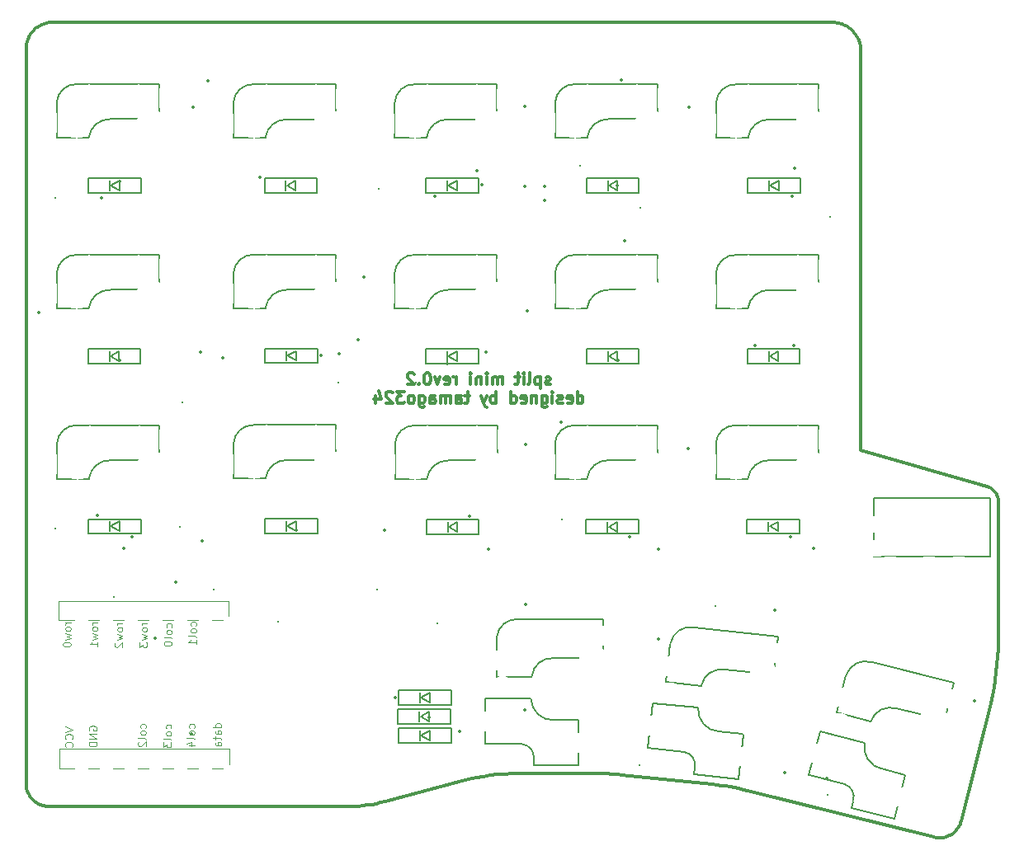
<source format=gbo>
%TF.GenerationSoftware,KiCad,Pcbnew,(6.0.6)*%
%TF.CreationDate,2022-09-17T23:41:45+09:00*%
%TF.ProjectId,split-mini,73706c69-742d-46d6-996e-692e6b696361,rev?*%
%TF.SameCoordinates,Original*%
%TF.FileFunction,Legend,Bot*%
%TF.FilePolarity,Positive*%
%FSLAX46Y46*%
G04 Gerber Fmt 4.6, Leading zero omitted, Abs format (unit mm)*
G04 Created by KiCad (PCBNEW (6.0.6)) date 2022-09-17 23:41:45*
%MOMM*%
%LPD*%
G01*
G04 APERTURE LIST*
G04 Aperture macros list*
%AMRotRect*
0 Rectangle, with rotation*
0 The origin of the aperture is its center*
0 $1 length*
0 $2 width*
0 $3 Rotation angle, in degrees counterclockwise*
0 Add horizontal line*
21,1,$1,$2,0,0,$3*%
G04 Aperture macros list end*
%TA.AperFunction,Profile*%
%ADD10C,0.349999*%
%TD*%
%ADD11C,0.300000*%
%ADD12C,0.100000*%
%ADD13C,0.150000*%
%ADD14C,0.500000*%
%ADD15C,0.120000*%
%ADD16C,1.600000*%
%ADD17C,0.350000*%
%ADD18C,0.300000*%
%ADD19O,1.500000X1.000000*%
%ADD20R,1.300000X0.950000*%
%ADD21C,1.900000*%
%ADD22C,3.000000*%
%ADD23C,4.100000*%
%ADD24R,2.300000X2.000000*%
%ADD25C,4.500000*%
%ADD26C,4.000000*%
%ADD27C,1.700000*%
%ADD28R,2.000000X2.000000*%
%ADD29R,1.900000X2.000000*%
%ADD30RotRect,2.000000X2.000000X166.000000*%
%ADD31RotRect,1.900000X2.000000X166.000000*%
%ADD32C,1.200000*%
%ADD33O,2.500000X1.700000*%
%ADD34RotRect,2.000000X2.000000X174.000000*%
%ADD35RotRect,1.900000X2.000000X174.000000*%
G04 APERTURE END LIST*
D10*
X120734058Y-85321050D02*
X120746346Y-84517181D01*
X94563467Y-99773630D02*
X95006416Y-99879974D01*
X21067121Y-99747413D02*
X21097288Y-99856121D01*
X95006416Y-99879974D02*
X95006416Y-99879974D01*
X106613959Y-23464589D02*
X106588365Y-23321274D01*
X21022792Y-99525582D02*
X21042263Y-99637170D01*
X21450528Y-100558221D02*
X21520346Y-100647842D01*
X23314208Y-21027240D02*
X23182826Y-21050152D01*
X120663178Y-69673555D02*
X120617953Y-69555976D01*
X120429619Y-69232038D02*
X120350533Y-69135311D01*
X116257734Y-104147387D02*
X116337281Y-104072331D01*
X65730083Y-98890289D02*
X65730083Y-98890289D01*
X104737877Y-21174101D02*
X104602654Y-21128344D01*
X120306060Y-89309528D02*
X120440307Y-88517806D01*
X106647491Y-64950611D02*
X106647491Y-23907794D01*
X114417834Y-104707695D02*
X114531519Y-104721167D01*
X22319756Y-101272024D02*
X22422725Y-101317646D01*
X21325017Y-100370023D02*
X21385392Y-100465551D01*
X116831755Y-103339065D02*
X116873233Y-103232363D01*
X114869318Y-104727193D02*
X114980256Y-104718084D01*
X116678483Y-103640152D02*
X116734207Y-103543064D01*
X21793434Y-21793513D02*
X21700478Y-21891184D01*
X106069327Y-22166530D02*
X105982931Y-22056589D01*
X105588428Y-21662081D02*
X105478488Y-21575683D01*
X104870037Y-21226211D02*
X104737877Y-21174101D01*
X79268402Y-98118347D02*
X79619825Y-98120645D01*
X119962618Y-68817891D02*
X119849615Y-68758387D01*
X120725055Y-69920137D02*
X120699003Y-69795107D01*
X21042263Y-99637170D02*
X21067121Y-99747413D01*
X120699003Y-69795107D02*
X120663178Y-69673555D01*
X81724553Y-98230937D02*
X82074291Y-98265381D01*
X119606995Y-68666672D02*
X106647491Y-64950611D01*
X21218860Y-100171147D02*
X21269480Y-100271825D01*
X21049932Y-23182830D02*
X21027007Y-23314210D01*
X23078052Y-101482078D02*
X23191759Y-101490535D01*
X20997490Y-99184639D02*
X21000327Y-99299127D01*
X115907617Y-104406218D02*
X115999590Y-104347927D01*
X105694026Y-21753553D02*
X105588428Y-21662081D01*
X105891460Y-21950990D02*
X105795097Y-21849917D01*
X23306244Y-101493370D02*
X54168747Y-101493347D01*
X23715622Y-20997488D02*
X23715622Y-20997488D01*
X21992830Y-21612950D02*
X21891115Y-21700567D01*
X57823814Y-101011581D02*
X57823814Y-101011581D01*
X120746346Y-84517181D02*
X120746346Y-70178646D01*
X120563702Y-69442866D02*
X120500800Y-69334721D01*
X120744992Y-70113118D02*
X120740961Y-70048149D01*
X21114721Y-22925043D02*
X21079201Y-23053033D01*
X21000556Y-23580829D02*
X20997215Y-23715622D01*
X93224898Y-99501293D02*
X93672605Y-99584271D01*
X115411094Y-104628832D02*
X115514710Y-104593834D01*
X116618357Y-103733828D02*
X116678483Y-103640152D01*
X55553294Y-101425245D02*
X56012088Y-101372398D01*
X21932681Y-101040365D02*
X22025351Y-101105499D01*
X79971141Y-98127542D02*
X80322305Y-98139037D01*
X94118828Y-99675056D02*
X94563467Y-99773630D01*
X119965073Y-90880112D02*
X120147626Y-90097149D01*
X21520346Y-100647842D02*
X21594767Y-100734227D01*
X21843058Y-100970549D02*
X21932681Y-101040365D01*
X116413290Y-103993343D02*
X116485588Y-103910527D01*
X114980256Y-104718084D02*
X115090076Y-104703590D01*
X92325451Y-99358830D02*
X92775813Y-99426140D01*
X119790967Y-68731954D02*
X119730949Y-68707815D01*
X22207471Y-21454070D02*
X22098356Y-21530754D01*
X103737228Y-20997492D02*
X23715622Y-20997488D01*
X116088715Y-104285289D02*
X116174821Y-104218407D01*
X105982931Y-22056589D02*
X105891460Y-21950990D01*
X104034787Y-21012522D02*
X103886991Y-21001281D01*
X116337281Y-104072331D02*
X116413290Y-103993343D01*
X22634779Y-101393589D02*
X22743485Y-101423753D01*
X23182826Y-21050152D02*
X23053027Y-21079407D01*
X21156400Y-22799082D02*
X21114721Y-22925043D01*
X21700478Y-21891184D02*
X21612850Y-21992890D01*
X105364387Y-21494542D02*
X105246308Y-21418842D01*
X22435573Y-21317612D02*
X22319950Y-21382992D01*
X69367896Y-98227495D02*
X70105548Y-98166918D01*
X22925033Y-21114915D02*
X22799069Y-21156581D01*
X103737228Y-20997492D02*
X103737228Y-20997492D01*
X115812969Y-104460058D02*
X115907617Y-104406218D01*
X54631255Y-101485768D02*
X55092893Y-101463051D01*
X82074291Y-98265381D02*
X91421310Y-99247810D01*
X104464550Y-21089126D02*
X104323750Y-21056627D01*
X21010518Y-23446950D02*
X21000556Y-23580829D01*
X104180434Y-21031031D02*
X104034787Y-21012522D01*
X119606995Y-68666672D02*
X119606995Y-68666672D01*
X22098356Y-21530754D02*
X21992830Y-21612950D01*
X115514710Y-104593834D02*
X115616343Y-104553970D01*
X21453948Y-22207514D02*
X21382859Y-22319987D01*
X106418789Y-22774986D02*
X106360509Y-22646071D01*
X106470898Y-22907146D02*
X106418789Y-22774986D01*
X80322305Y-98139037D02*
X80673272Y-98155126D01*
X21673714Y-100817184D02*
X21673714Y-100817184D01*
X106643705Y-23758032D02*
X106632466Y-23610236D01*
X55092893Y-101463051D02*
X55553294Y-101425245D01*
X80673272Y-98155126D02*
X81023999Y-98175807D01*
X105246308Y-21418842D02*
X105124435Y-21348765D01*
X106647491Y-64950611D02*
X106647491Y-64950611D01*
X57823814Y-101011581D02*
X65730083Y-98890289D01*
X56468906Y-101304560D02*
X56923379Y-101221779D01*
X79268402Y-98118347D02*
X79268402Y-98118347D01*
X106296240Y-22520586D02*
X106226164Y-22398712D01*
X70105548Y-98166918D02*
X70845185Y-98130517D01*
X116940735Y-103010071D02*
X116940735Y-103010071D01*
X54168747Y-101493347D02*
X54168747Y-101493347D01*
X119730949Y-68707815D02*
X119669610Y-68686034D01*
X106647491Y-23907794D02*
X106643705Y-23758032D01*
X21204145Y-22675373D02*
X21156400Y-22799082D01*
X116554001Y-103823988D02*
X116618357Y-103733828D01*
X56012088Y-101372398D02*
X56468906Y-101304560D01*
X57375138Y-101124103D02*
X57823814Y-101011581D01*
X120746346Y-70178646D02*
X120744992Y-70113118D01*
X67900910Y-98420864D02*
X68632820Y-98312169D01*
X21000327Y-99299127D02*
X21008788Y-99412838D01*
X23053027Y-21079407D02*
X22925033Y-21114915D01*
X91421310Y-99247810D02*
X91873916Y-99299381D01*
X71586216Y-98118370D02*
X71586216Y-98118370D01*
X21382859Y-22319987D02*
X21317467Y-22435603D01*
X20997490Y-99184639D02*
X20997490Y-99184639D01*
X21673714Y-100817184D02*
X21756673Y-100896129D01*
X114189873Y-104662933D02*
X114189873Y-104662933D01*
X21612850Y-21992890D02*
X21530643Y-22098408D01*
X23191759Y-101490535D02*
X23306244Y-101493370D01*
X82074291Y-98265381D02*
X82074291Y-98265381D01*
X115090076Y-104703590D02*
X115198604Y-104683814D01*
X21891115Y-21700567D02*
X21793434Y-21793513D01*
X106632466Y-23610236D02*
X106613959Y-23464589D01*
X92775813Y-99426140D02*
X93224898Y-99501293D01*
X120697243Y-86123603D02*
X120734058Y-85321050D01*
X22965311Y-101468076D02*
X23078052Y-101482078D01*
X114757434Y-104730812D02*
X114869318Y-104727193D01*
X21756673Y-100896129D02*
X21843058Y-100970549D01*
X116940735Y-103010071D02*
X119965073Y-90880112D01*
X120734300Y-69983801D02*
X120725055Y-69920137D01*
X119669610Y-68686034D02*
X119606995Y-68666672D01*
X23580829Y-21000816D02*
X23446950Y-21010763D01*
X115999590Y-104347927D02*
X116088715Y-104285289D01*
X106226164Y-22398712D02*
X106150466Y-22280632D01*
X81374440Y-98201078D02*
X81724553Y-98230937D01*
X104998950Y-21284494D02*
X104870037Y-21226211D01*
X22120879Y-101165872D02*
X22219077Y-101221407D01*
X116485588Y-103910527D02*
X116554001Y-103823988D01*
X21079201Y-23053033D02*
X21049932Y-23182830D01*
X23446950Y-21010763D02*
X23314208Y-21027240D01*
X116909617Y-103122663D02*
X116940735Y-103010071D01*
X22554116Y-21258022D02*
X22435573Y-21317612D01*
X120147626Y-90097149D02*
X120306060Y-89309528D01*
X21530643Y-22098408D02*
X21453948Y-22207514D01*
X106588365Y-23321274D02*
X106555869Y-23180473D01*
X120635967Y-86924286D02*
X120697243Y-86123603D01*
X116873233Y-103232363D02*
X116909617Y-103122663D01*
X68632820Y-98312169D02*
X69367896Y-98227495D01*
X22743485Y-101423753D02*
X22853726Y-101448609D01*
X120440307Y-88517806D02*
X120550299Y-87722539D01*
X22527796Y-101358194D02*
X22634779Y-101393589D01*
X21132686Y-99963106D02*
X21173236Y-100068177D01*
X22025351Y-101105499D02*
X22120879Y-101165872D01*
X95006416Y-99879974D02*
X114189873Y-104662933D01*
X21385392Y-100465551D02*
X21450528Y-100558221D01*
X21008788Y-99412838D02*
X21022792Y-99525582D01*
X115198604Y-104683814D02*
X115305668Y-104658860D01*
X67172756Y-98553501D02*
X67900910Y-98420864D01*
X106150466Y-22280632D02*
X106069327Y-22166530D01*
X21097288Y-99856121D02*
X21132686Y-99963106D01*
X120500800Y-69334721D02*
X120429619Y-69232038D01*
X21027007Y-23314210D02*
X21010518Y-23446950D01*
X116174821Y-104218407D02*
X116257734Y-104147387D01*
X120263917Y-69045037D02*
X120170143Y-68961712D01*
X70845185Y-98130517D02*
X71586216Y-98118370D01*
X91421310Y-99247810D02*
X91421310Y-99247810D01*
X22675355Y-21204314D02*
X22554116Y-21258022D01*
X21257865Y-22554139D02*
X21204145Y-22675373D01*
X22422725Y-101317646D02*
X22527796Y-101358194D01*
X114644776Y-104728838D02*
X114757434Y-104730812D01*
X116734207Y-103543064D02*
X116785355Y-103442667D01*
X120350533Y-69135311D02*
X120263917Y-69045037D01*
X120550299Y-87722539D02*
X120635967Y-86924286D01*
X21594767Y-100734227D02*
X21673714Y-100817184D01*
X106360509Y-22646071D02*
X106296240Y-22520586D01*
X79619825Y-98120645D02*
X79971141Y-98127542D01*
X115715821Y-104509343D02*
X115812969Y-104460058D01*
X120746346Y-70178646D02*
X120746346Y-70178646D01*
X20997215Y-23715622D02*
X20997215Y-23715622D01*
X104323750Y-21056627D02*
X104180434Y-21031031D01*
X71586216Y-98118370D02*
X79268402Y-98118347D01*
X105795097Y-21849917D02*
X105694026Y-21753553D01*
X119849615Y-68758387D02*
X119790967Y-68731954D01*
X54168747Y-101493347D02*
X54631255Y-101485768D01*
X116785355Y-103442667D02*
X116831755Y-103339065D01*
X120170143Y-68961712D02*
X120069586Y-68885831D01*
X66448951Y-98710002D02*
X67172756Y-98553501D01*
X104602654Y-21128344D02*
X104464550Y-21089126D01*
X114189873Y-104662933D02*
X114303894Y-104688319D01*
X22799069Y-21156581D02*
X22675355Y-21204314D01*
X120746346Y-84517181D02*
X120746346Y-84517181D01*
X120617953Y-69555976D02*
X120563702Y-69442866D01*
X114303894Y-104688319D02*
X114417834Y-104707695D01*
X106555869Y-23180473D02*
X106516652Y-23042369D01*
X65730083Y-98890289D02*
X66448951Y-98710002D01*
X81023999Y-98175807D02*
X81374440Y-98201078D01*
X21173236Y-100068177D02*
X21218860Y-100171147D01*
X115616343Y-104553970D02*
X115715821Y-104509343D01*
X106516652Y-23042369D02*
X106470898Y-22907146D01*
X23715622Y-20997488D02*
X23580829Y-21000816D01*
X120740961Y-70048149D02*
X120734300Y-69983801D01*
X22219077Y-101221407D02*
X22319756Y-101272024D01*
X56923379Y-101221779D02*
X57375138Y-101124103D01*
X103886991Y-21001281D02*
X103737228Y-20997492D01*
X22853726Y-101448609D02*
X22965311Y-101468076D01*
X105478488Y-21575683D02*
X105364387Y-21494542D01*
X119965073Y-90880112D02*
X119965073Y-90880112D01*
X105124435Y-21348765D02*
X104998950Y-21284494D01*
X21793434Y-21793513D02*
X21793434Y-21793513D01*
X93672605Y-99584271D02*
X94118828Y-99675056D01*
X21317467Y-22435603D02*
X21257865Y-22554139D01*
X20997215Y-23715622D02*
X20997490Y-99184639D01*
X23306244Y-101493370D02*
X23306244Y-101493370D01*
X22319950Y-21382992D02*
X22207471Y-21454070D01*
X91873916Y-99299381D02*
X92325451Y-99358830D01*
X120069586Y-68885831D02*
X119962618Y-68817891D01*
X21269480Y-100271825D02*
X21325017Y-100370023D01*
X115305668Y-104658860D02*
X115411094Y-104628832D01*
X114531519Y-104721167D02*
X114644776Y-104728838D01*
D11*
X74792857Y-58129714D02*
X74678571Y-58186857D01*
X74450000Y-58186857D01*
X74335714Y-58129714D01*
X74278571Y-58015428D01*
X74278571Y-57958285D01*
X74335714Y-57844000D01*
X74450000Y-57786857D01*
X74621428Y-57786857D01*
X74735714Y-57729714D01*
X74792857Y-57615428D01*
X74792857Y-57558285D01*
X74735714Y-57444000D01*
X74621428Y-57386857D01*
X74450000Y-57386857D01*
X74335714Y-57444000D01*
X73764285Y-57386857D02*
X73764285Y-58586857D01*
X73764285Y-57444000D02*
X73650000Y-57386857D01*
X73421428Y-57386857D01*
X73307142Y-57444000D01*
X73250000Y-57501142D01*
X73192857Y-57615428D01*
X73192857Y-57958285D01*
X73250000Y-58072571D01*
X73307142Y-58129714D01*
X73421428Y-58186857D01*
X73650000Y-58186857D01*
X73764285Y-58129714D01*
X72507142Y-58186857D02*
X72621428Y-58129714D01*
X72678571Y-58015428D01*
X72678571Y-56986857D01*
X72050000Y-58186857D02*
X72050000Y-57386857D01*
X72050000Y-56986857D02*
X72107142Y-57044000D01*
X72050000Y-57101142D01*
X71992857Y-57044000D01*
X72050000Y-56986857D01*
X72050000Y-57101142D01*
X71650000Y-57386857D02*
X71192857Y-57386857D01*
X71478571Y-56986857D02*
X71478571Y-58015428D01*
X71421428Y-58129714D01*
X71307142Y-58186857D01*
X71192857Y-58186857D01*
X69878571Y-58186857D02*
X69878571Y-57386857D01*
X69878571Y-57501142D02*
X69821428Y-57444000D01*
X69707142Y-57386857D01*
X69535714Y-57386857D01*
X69421428Y-57444000D01*
X69364285Y-57558285D01*
X69364285Y-58186857D01*
X69364285Y-57558285D02*
X69307142Y-57444000D01*
X69192857Y-57386857D01*
X69021428Y-57386857D01*
X68907142Y-57444000D01*
X68850000Y-57558285D01*
X68850000Y-58186857D01*
X68278571Y-58186857D02*
X68278571Y-57386857D01*
X68278571Y-56986857D02*
X68335714Y-57044000D01*
X68278571Y-57101142D01*
X68221428Y-57044000D01*
X68278571Y-56986857D01*
X68278571Y-57101142D01*
X67707142Y-57386857D02*
X67707142Y-58186857D01*
X67707142Y-57501142D02*
X67650000Y-57444000D01*
X67535714Y-57386857D01*
X67364285Y-57386857D01*
X67250000Y-57444000D01*
X67192857Y-57558285D01*
X67192857Y-58186857D01*
X66621428Y-58186857D02*
X66621428Y-57386857D01*
X66621428Y-56986857D02*
X66678571Y-57044000D01*
X66621428Y-57101142D01*
X66564285Y-57044000D01*
X66621428Y-56986857D01*
X66621428Y-57101142D01*
X65135714Y-58186857D02*
X65135714Y-57386857D01*
X65135714Y-57615428D02*
X65078571Y-57501142D01*
X65021428Y-57444000D01*
X64907142Y-57386857D01*
X64792857Y-57386857D01*
X63935714Y-58129714D02*
X64050000Y-58186857D01*
X64278571Y-58186857D01*
X64392857Y-58129714D01*
X64450000Y-58015428D01*
X64450000Y-57558285D01*
X64392857Y-57444000D01*
X64278571Y-57386857D01*
X64050000Y-57386857D01*
X63935714Y-57444000D01*
X63878571Y-57558285D01*
X63878571Y-57672571D01*
X64450000Y-57786857D01*
X63478571Y-57386857D02*
X63192857Y-58186857D01*
X62907142Y-57386857D01*
X62221428Y-56986857D02*
X62107142Y-56986857D01*
X61992857Y-57044000D01*
X61935714Y-57101142D01*
X61878571Y-57215428D01*
X61821428Y-57444000D01*
X61821428Y-57729714D01*
X61878571Y-57958285D01*
X61935714Y-58072571D01*
X61992857Y-58129714D01*
X62107142Y-58186857D01*
X62221428Y-58186857D01*
X62335714Y-58129714D01*
X62392857Y-58072571D01*
X62450000Y-57958285D01*
X62507142Y-57729714D01*
X62507142Y-57444000D01*
X62450000Y-57215428D01*
X62392857Y-57101142D01*
X62335714Y-57044000D01*
X62221428Y-56986857D01*
X61307142Y-58072571D02*
X61250000Y-58129714D01*
X61307142Y-58186857D01*
X61364285Y-58129714D01*
X61307142Y-58072571D01*
X61307142Y-58186857D01*
X60792857Y-57101142D02*
X60735714Y-57044000D01*
X60621428Y-56986857D01*
X60335714Y-56986857D01*
X60221428Y-57044000D01*
X60164285Y-57101142D01*
X60107142Y-57215428D01*
X60107142Y-57329714D01*
X60164285Y-57501142D01*
X60850000Y-58186857D01*
X60107142Y-58186857D01*
X77564285Y-60118857D02*
X77564285Y-58918857D01*
X77564285Y-60061714D02*
X77678571Y-60118857D01*
X77907142Y-60118857D01*
X78021428Y-60061714D01*
X78078571Y-60004571D01*
X78135714Y-59890285D01*
X78135714Y-59547428D01*
X78078571Y-59433142D01*
X78021428Y-59376000D01*
X77907142Y-59318857D01*
X77678571Y-59318857D01*
X77564285Y-59376000D01*
X76535714Y-60061714D02*
X76650000Y-60118857D01*
X76878571Y-60118857D01*
X76992857Y-60061714D01*
X77050000Y-59947428D01*
X77050000Y-59490285D01*
X76992857Y-59376000D01*
X76878571Y-59318857D01*
X76650000Y-59318857D01*
X76535714Y-59376000D01*
X76478571Y-59490285D01*
X76478571Y-59604571D01*
X77050000Y-59718857D01*
X76021428Y-60061714D02*
X75907142Y-60118857D01*
X75678571Y-60118857D01*
X75564285Y-60061714D01*
X75507142Y-59947428D01*
X75507142Y-59890285D01*
X75564285Y-59776000D01*
X75678571Y-59718857D01*
X75850000Y-59718857D01*
X75964285Y-59661714D01*
X76021428Y-59547428D01*
X76021428Y-59490285D01*
X75964285Y-59376000D01*
X75850000Y-59318857D01*
X75678571Y-59318857D01*
X75564285Y-59376000D01*
X74992857Y-60118857D02*
X74992857Y-59318857D01*
X74992857Y-58918857D02*
X75050000Y-58976000D01*
X74992857Y-59033142D01*
X74935714Y-58976000D01*
X74992857Y-58918857D01*
X74992857Y-59033142D01*
X73907142Y-59318857D02*
X73907142Y-60290285D01*
X73964285Y-60404571D01*
X74021428Y-60461714D01*
X74135714Y-60518857D01*
X74307142Y-60518857D01*
X74421428Y-60461714D01*
X73907142Y-60061714D02*
X74021428Y-60118857D01*
X74250000Y-60118857D01*
X74364285Y-60061714D01*
X74421428Y-60004571D01*
X74478571Y-59890285D01*
X74478571Y-59547428D01*
X74421428Y-59433142D01*
X74364285Y-59376000D01*
X74250000Y-59318857D01*
X74021428Y-59318857D01*
X73907142Y-59376000D01*
X73335714Y-59318857D02*
X73335714Y-60118857D01*
X73335714Y-59433142D02*
X73278571Y-59376000D01*
X73164285Y-59318857D01*
X72992857Y-59318857D01*
X72878571Y-59376000D01*
X72821428Y-59490285D01*
X72821428Y-60118857D01*
X71792857Y-60061714D02*
X71907142Y-60118857D01*
X72135714Y-60118857D01*
X72250000Y-60061714D01*
X72307142Y-59947428D01*
X72307142Y-59490285D01*
X72250000Y-59376000D01*
X72135714Y-59318857D01*
X71907142Y-59318857D01*
X71792857Y-59376000D01*
X71735714Y-59490285D01*
X71735714Y-59604571D01*
X72307142Y-59718857D01*
X70707142Y-60118857D02*
X70707142Y-58918857D01*
X70707142Y-60061714D02*
X70821428Y-60118857D01*
X71050000Y-60118857D01*
X71164285Y-60061714D01*
X71221428Y-60004571D01*
X71278571Y-59890285D01*
X71278571Y-59547428D01*
X71221428Y-59433142D01*
X71164285Y-59376000D01*
X71050000Y-59318857D01*
X70821428Y-59318857D01*
X70707142Y-59376000D01*
X69221428Y-60118857D02*
X69221428Y-58918857D01*
X69221428Y-59376000D02*
X69107142Y-59318857D01*
X68878571Y-59318857D01*
X68764285Y-59376000D01*
X68707142Y-59433142D01*
X68650000Y-59547428D01*
X68650000Y-59890285D01*
X68707142Y-60004571D01*
X68764285Y-60061714D01*
X68878571Y-60118857D01*
X69107142Y-60118857D01*
X69221428Y-60061714D01*
X68250000Y-59318857D02*
X67964285Y-60118857D01*
X67678571Y-59318857D02*
X67964285Y-60118857D01*
X68078571Y-60404571D01*
X68135714Y-60461714D01*
X68250000Y-60518857D01*
X66478571Y-59318857D02*
X66021428Y-59318857D01*
X66307142Y-58918857D02*
X66307142Y-59947428D01*
X66250000Y-60061714D01*
X66135714Y-60118857D01*
X66021428Y-60118857D01*
X65107142Y-60118857D02*
X65107142Y-59490285D01*
X65164285Y-59376000D01*
X65278571Y-59318857D01*
X65507142Y-59318857D01*
X65621428Y-59376000D01*
X65107142Y-60061714D02*
X65221428Y-60118857D01*
X65507142Y-60118857D01*
X65621428Y-60061714D01*
X65678571Y-59947428D01*
X65678571Y-59833142D01*
X65621428Y-59718857D01*
X65507142Y-59661714D01*
X65221428Y-59661714D01*
X65107142Y-59604571D01*
X64535714Y-60118857D02*
X64535714Y-59318857D01*
X64535714Y-59433142D02*
X64478571Y-59376000D01*
X64364285Y-59318857D01*
X64192857Y-59318857D01*
X64078571Y-59376000D01*
X64021428Y-59490285D01*
X64021428Y-60118857D01*
X64021428Y-59490285D02*
X63964285Y-59376000D01*
X63850000Y-59318857D01*
X63678571Y-59318857D01*
X63564285Y-59376000D01*
X63507142Y-59490285D01*
X63507142Y-60118857D01*
X62421428Y-60118857D02*
X62421428Y-59490285D01*
X62478571Y-59376000D01*
X62592857Y-59318857D01*
X62821428Y-59318857D01*
X62935714Y-59376000D01*
X62421428Y-60061714D02*
X62535714Y-60118857D01*
X62821428Y-60118857D01*
X62935714Y-60061714D01*
X62992857Y-59947428D01*
X62992857Y-59833142D01*
X62935714Y-59718857D01*
X62821428Y-59661714D01*
X62535714Y-59661714D01*
X62421428Y-59604571D01*
X61335714Y-59318857D02*
X61335714Y-60290285D01*
X61392857Y-60404571D01*
X61450000Y-60461714D01*
X61564285Y-60518857D01*
X61735714Y-60518857D01*
X61850000Y-60461714D01*
X61335714Y-60061714D02*
X61450000Y-60118857D01*
X61678571Y-60118857D01*
X61792857Y-60061714D01*
X61850000Y-60004571D01*
X61907142Y-59890285D01*
X61907142Y-59547428D01*
X61850000Y-59433142D01*
X61792857Y-59376000D01*
X61678571Y-59318857D01*
X61450000Y-59318857D01*
X61335714Y-59376000D01*
X60592857Y-60118857D02*
X60707142Y-60061714D01*
X60764285Y-60004571D01*
X60821428Y-59890285D01*
X60821428Y-59547428D01*
X60764285Y-59433142D01*
X60707142Y-59376000D01*
X60592857Y-59318857D01*
X60421428Y-59318857D01*
X60307142Y-59376000D01*
X60250000Y-59433142D01*
X60192857Y-59547428D01*
X60192857Y-59890285D01*
X60250000Y-60004571D01*
X60307142Y-60061714D01*
X60421428Y-60118857D01*
X60592857Y-60118857D01*
X59792857Y-58918857D02*
X59050000Y-58918857D01*
X59450000Y-59376000D01*
X59278571Y-59376000D01*
X59164285Y-59433142D01*
X59107142Y-59490285D01*
X59050000Y-59604571D01*
X59050000Y-59890285D01*
X59107142Y-60004571D01*
X59164285Y-60061714D01*
X59278571Y-60118857D01*
X59621428Y-60118857D01*
X59735714Y-60061714D01*
X59792857Y-60004571D01*
X58592857Y-59033142D02*
X58535714Y-58976000D01*
X58421428Y-58918857D01*
X58135714Y-58918857D01*
X58021428Y-58976000D01*
X57964285Y-59033142D01*
X57907142Y-59147428D01*
X57907142Y-59261714D01*
X57964285Y-59433142D01*
X58650000Y-60118857D01*
X57907142Y-60118857D01*
X56878571Y-59318857D02*
X56878571Y-60118857D01*
X57164285Y-58861714D02*
X57450000Y-59718857D01*
X56707142Y-59718857D01*
D12*
%TO.C,U1*%
X28309404Y-82614652D02*
X27776071Y-82614652D01*
X27928452Y-82614652D02*
X27852261Y-82652747D01*
X27814166Y-82690842D01*
X27776071Y-82767033D01*
X27776071Y-82843223D01*
X28309404Y-83224176D02*
X28271309Y-83147985D01*
X28233214Y-83109890D01*
X28157023Y-83071795D01*
X27928452Y-83071795D01*
X27852261Y-83109890D01*
X27814166Y-83147985D01*
X27776071Y-83224176D01*
X27776071Y-83338461D01*
X27814166Y-83414652D01*
X27852261Y-83452747D01*
X27928452Y-83490842D01*
X28157023Y-83490842D01*
X28233214Y-83452747D01*
X28271309Y-83414652D01*
X28309404Y-83338461D01*
X28309404Y-83224176D01*
X27776071Y-83757509D02*
X28309404Y-83909890D01*
X27928452Y-84062271D01*
X28309404Y-84214652D01*
X27776071Y-84367033D01*
X28309404Y-85090842D02*
X28309404Y-84633700D01*
X28309404Y-84862271D02*
X27509404Y-84862271D01*
X27623690Y-84786080D01*
X27699880Y-84709890D01*
X27737976Y-84633700D01*
X35841309Y-93501795D02*
X35879404Y-93425604D01*
X35879404Y-93273223D01*
X35841309Y-93197033D01*
X35803214Y-93158938D01*
X35727023Y-93120842D01*
X35498452Y-93120842D01*
X35422261Y-93158938D01*
X35384166Y-93197033D01*
X35346071Y-93273223D01*
X35346071Y-93425604D01*
X35384166Y-93501795D01*
X35879404Y-93958938D02*
X35841309Y-93882747D01*
X35803214Y-93844652D01*
X35727023Y-93806557D01*
X35498452Y-93806557D01*
X35422261Y-93844652D01*
X35384166Y-93882747D01*
X35346071Y-93958938D01*
X35346071Y-94073223D01*
X35384166Y-94149414D01*
X35422261Y-94187509D01*
X35498452Y-94225604D01*
X35727023Y-94225604D01*
X35803214Y-94187509D01*
X35841309Y-94149414D01*
X35879404Y-94073223D01*
X35879404Y-93958938D01*
X35879404Y-94682747D02*
X35841309Y-94606557D01*
X35765119Y-94568461D01*
X35079404Y-94568461D01*
X35079404Y-94911319D02*
X35079404Y-95406557D01*
X35384166Y-95139890D01*
X35384166Y-95254176D01*
X35422261Y-95330366D01*
X35460357Y-95368461D01*
X35536547Y-95406557D01*
X35727023Y-95406557D01*
X35803214Y-95368461D01*
X35841309Y-95330366D01*
X35879404Y-95254176D01*
X35879404Y-95025604D01*
X35841309Y-94949414D01*
X35803214Y-94911319D01*
X38221309Y-93421795D02*
X38259404Y-93345604D01*
X38259404Y-93193223D01*
X38221309Y-93117033D01*
X38183214Y-93078938D01*
X38107023Y-93040842D01*
X37878452Y-93040842D01*
X37802261Y-93078938D01*
X37764166Y-93117033D01*
X37726071Y-93193223D01*
X37726071Y-93345604D01*
X37764166Y-93421795D01*
X38259404Y-93878938D02*
X38221309Y-93802747D01*
X38183214Y-93764652D01*
X38107023Y-93726557D01*
X37878452Y-93726557D01*
X37802261Y-93764652D01*
X37764166Y-93802747D01*
X37726071Y-93878938D01*
X37726071Y-93993223D01*
X37764166Y-94069414D01*
X37802261Y-94107509D01*
X37878452Y-94145604D01*
X38107023Y-94145604D01*
X38183214Y-94107509D01*
X38221309Y-94069414D01*
X38259404Y-93993223D01*
X38259404Y-93878938D01*
X38259404Y-94602747D02*
X38221309Y-94526557D01*
X38145119Y-94488461D01*
X37459404Y-94488461D01*
X37726071Y-95250366D02*
X38259404Y-95250366D01*
X37421309Y-95059890D02*
X37992738Y-94869414D01*
X37992738Y-95364652D01*
X25579404Y-82614652D02*
X25046071Y-82614652D01*
X25198452Y-82614652D02*
X25122261Y-82652747D01*
X25084166Y-82690842D01*
X25046071Y-82767033D01*
X25046071Y-82843223D01*
X25579404Y-83224176D02*
X25541309Y-83147985D01*
X25503214Y-83109890D01*
X25427023Y-83071795D01*
X25198452Y-83071795D01*
X25122261Y-83109890D01*
X25084166Y-83147985D01*
X25046071Y-83224176D01*
X25046071Y-83338461D01*
X25084166Y-83414652D01*
X25122261Y-83452747D01*
X25198452Y-83490842D01*
X25427023Y-83490842D01*
X25503214Y-83452747D01*
X25541309Y-83414652D01*
X25579404Y-83338461D01*
X25579404Y-83224176D01*
X25046071Y-83757509D02*
X25579404Y-83909890D01*
X25198452Y-84062271D01*
X25579404Y-84214652D01*
X25046071Y-84367033D01*
X24779404Y-84824176D02*
X24779404Y-84900366D01*
X24817500Y-84976557D01*
X24855595Y-85014652D01*
X24931785Y-85052747D01*
X25084166Y-85090842D01*
X25274642Y-85090842D01*
X25427023Y-85052747D01*
X25503214Y-85014652D01*
X25541309Y-84976557D01*
X25579404Y-84900366D01*
X25579404Y-84824176D01*
X25541309Y-84747985D01*
X25503214Y-84709890D01*
X25427023Y-84671795D01*
X25274642Y-84633700D01*
X25084166Y-84633700D01*
X24931785Y-84671795D01*
X24855595Y-84709890D01*
X24817500Y-84747985D01*
X24779404Y-84824176D01*
X33231309Y-93431795D02*
X33269404Y-93355604D01*
X33269404Y-93203223D01*
X33231309Y-93127033D01*
X33193214Y-93088938D01*
X33117023Y-93050842D01*
X32888452Y-93050842D01*
X32812261Y-93088938D01*
X32774166Y-93127033D01*
X32736071Y-93203223D01*
X32736071Y-93355604D01*
X32774166Y-93431795D01*
X33269404Y-93888938D02*
X33231309Y-93812747D01*
X33193214Y-93774652D01*
X33117023Y-93736557D01*
X32888452Y-93736557D01*
X32812261Y-93774652D01*
X32774166Y-93812747D01*
X32736071Y-93888938D01*
X32736071Y-94003223D01*
X32774166Y-94079414D01*
X32812261Y-94117509D01*
X32888452Y-94155604D01*
X33117023Y-94155604D01*
X33193214Y-94117509D01*
X33231309Y-94079414D01*
X33269404Y-94003223D01*
X33269404Y-93888938D01*
X33269404Y-94612747D02*
X33231309Y-94536557D01*
X33155119Y-94498461D01*
X32469404Y-94498461D01*
X32545595Y-94879414D02*
X32507500Y-94917509D01*
X32469404Y-94993700D01*
X32469404Y-95184176D01*
X32507500Y-95260366D01*
X32545595Y-95298461D01*
X32621785Y-95336557D01*
X32697976Y-95336557D01*
X32812261Y-95298461D01*
X33269404Y-94841319D01*
X33269404Y-95336557D01*
X27477500Y-93684176D02*
X27439404Y-93607985D01*
X27439404Y-93493700D01*
X27477500Y-93379414D01*
X27553690Y-93303223D01*
X27629880Y-93265128D01*
X27782261Y-93227033D01*
X27896547Y-93227033D01*
X28048928Y-93265128D01*
X28125119Y-93303223D01*
X28201309Y-93379414D01*
X28239404Y-93493700D01*
X28239404Y-93569890D01*
X28201309Y-93684176D01*
X28163214Y-93722271D01*
X27896547Y-93722271D01*
X27896547Y-93569890D01*
X28239404Y-94065128D02*
X27439404Y-94065128D01*
X28239404Y-94522271D01*
X27439404Y-94522271D01*
X28239404Y-94903223D02*
X27439404Y-94903223D01*
X27439404Y-95093700D01*
X27477500Y-95207985D01*
X27553690Y-95284176D01*
X27629880Y-95322271D01*
X27782261Y-95360366D01*
X27896547Y-95360366D01*
X28048928Y-95322271D01*
X28125119Y-95284176D01*
X28201309Y-95207985D01*
X28239404Y-95093700D01*
X28239404Y-94903223D01*
X30889404Y-82674652D02*
X30356071Y-82674652D01*
X30508452Y-82674652D02*
X30432261Y-82712747D01*
X30394166Y-82750842D01*
X30356071Y-82827033D01*
X30356071Y-82903223D01*
X30889404Y-83284176D02*
X30851309Y-83207985D01*
X30813214Y-83169890D01*
X30737023Y-83131795D01*
X30508452Y-83131795D01*
X30432261Y-83169890D01*
X30394166Y-83207985D01*
X30356071Y-83284176D01*
X30356071Y-83398461D01*
X30394166Y-83474652D01*
X30432261Y-83512747D01*
X30508452Y-83550842D01*
X30737023Y-83550842D01*
X30813214Y-83512747D01*
X30851309Y-83474652D01*
X30889404Y-83398461D01*
X30889404Y-83284176D01*
X30356071Y-83817509D02*
X30889404Y-83969890D01*
X30508452Y-84122271D01*
X30889404Y-84274652D01*
X30356071Y-84427033D01*
X30165595Y-84693700D02*
X30127500Y-84731795D01*
X30089404Y-84807985D01*
X30089404Y-84998461D01*
X30127500Y-85074652D01*
X30165595Y-85112747D01*
X30241785Y-85150842D01*
X30317976Y-85150842D01*
X30432261Y-85112747D01*
X30889404Y-84655604D01*
X30889404Y-85150842D01*
X38411309Y-82951795D02*
X38449404Y-82875604D01*
X38449404Y-82723223D01*
X38411309Y-82647033D01*
X38373214Y-82608938D01*
X38297023Y-82570842D01*
X38068452Y-82570842D01*
X37992261Y-82608938D01*
X37954166Y-82647033D01*
X37916071Y-82723223D01*
X37916071Y-82875604D01*
X37954166Y-82951795D01*
X38449404Y-83408938D02*
X38411309Y-83332747D01*
X38373214Y-83294652D01*
X38297023Y-83256557D01*
X38068452Y-83256557D01*
X37992261Y-83294652D01*
X37954166Y-83332747D01*
X37916071Y-83408938D01*
X37916071Y-83523223D01*
X37954166Y-83599414D01*
X37992261Y-83637509D01*
X38068452Y-83675604D01*
X38297023Y-83675604D01*
X38373214Y-83637509D01*
X38411309Y-83599414D01*
X38449404Y-83523223D01*
X38449404Y-83408938D01*
X38449404Y-84132747D02*
X38411309Y-84056557D01*
X38335119Y-84018461D01*
X37649404Y-84018461D01*
X38449404Y-84856557D02*
X38449404Y-84399414D01*
X38449404Y-84627985D02*
X37649404Y-84627985D01*
X37763690Y-84551795D01*
X37839880Y-84475604D01*
X37877976Y-84399414D01*
X33419404Y-82674652D02*
X32886071Y-82674652D01*
X33038452Y-82674652D02*
X32962261Y-82712747D01*
X32924166Y-82750842D01*
X32886071Y-82827033D01*
X32886071Y-82903223D01*
X33419404Y-83284176D02*
X33381309Y-83207985D01*
X33343214Y-83169890D01*
X33267023Y-83131795D01*
X33038452Y-83131795D01*
X32962261Y-83169890D01*
X32924166Y-83207985D01*
X32886071Y-83284176D01*
X32886071Y-83398461D01*
X32924166Y-83474652D01*
X32962261Y-83512747D01*
X33038452Y-83550842D01*
X33267023Y-83550842D01*
X33343214Y-83512747D01*
X33381309Y-83474652D01*
X33419404Y-83398461D01*
X33419404Y-83284176D01*
X32886071Y-83817509D02*
X33419404Y-83969890D01*
X33038452Y-84122271D01*
X33419404Y-84274652D01*
X32886071Y-84427033D01*
X32619404Y-84655604D02*
X32619404Y-85150842D01*
X32924166Y-84884176D01*
X32924166Y-84998461D01*
X32962261Y-85074652D01*
X33000357Y-85112747D01*
X33076547Y-85150842D01*
X33267023Y-85150842D01*
X33343214Y-85112747D01*
X33381309Y-85074652D01*
X33419404Y-84998461D01*
X33419404Y-84769890D01*
X33381309Y-84693700D01*
X33343214Y-84655604D01*
X35891309Y-83091795D02*
X35929404Y-83015604D01*
X35929404Y-82863223D01*
X35891309Y-82787033D01*
X35853214Y-82748938D01*
X35777023Y-82710842D01*
X35548452Y-82710842D01*
X35472261Y-82748938D01*
X35434166Y-82787033D01*
X35396071Y-82863223D01*
X35396071Y-83015604D01*
X35434166Y-83091795D01*
X35929404Y-83548938D02*
X35891309Y-83472747D01*
X35853214Y-83434652D01*
X35777023Y-83396557D01*
X35548452Y-83396557D01*
X35472261Y-83434652D01*
X35434166Y-83472747D01*
X35396071Y-83548938D01*
X35396071Y-83663223D01*
X35434166Y-83739414D01*
X35472261Y-83777509D01*
X35548452Y-83815604D01*
X35777023Y-83815604D01*
X35853214Y-83777509D01*
X35891309Y-83739414D01*
X35929404Y-83663223D01*
X35929404Y-83548938D01*
X35929404Y-84272747D02*
X35891309Y-84196557D01*
X35815119Y-84158461D01*
X35129404Y-84158461D01*
X35129404Y-84729890D02*
X35129404Y-84806080D01*
X35167500Y-84882271D01*
X35205595Y-84920366D01*
X35281785Y-84958461D01*
X35434166Y-84996557D01*
X35624642Y-84996557D01*
X35777023Y-84958461D01*
X35853214Y-84920366D01*
X35891309Y-84882271D01*
X35929404Y-84806080D01*
X35929404Y-84729890D01*
X35891309Y-84653700D01*
X35853214Y-84615604D01*
X35777023Y-84577509D01*
X35624642Y-84539414D01*
X35434166Y-84539414D01*
X35281785Y-84577509D01*
X35205595Y-84615604D01*
X35167500Y-84653700D01*
X35129404Y-84729890D01*
X40979404Y-93342747D02*
X40179404Y-93342747D01*
X40941309Y-93342747D02*
X40979404Y-93266557D01*
X40979404Y-93114176D01*
X40941309Y-93037985D01*
X40903214Y-92999890D01*
X40827023Y-92961795D01*
X40598452Y-92961795D01*
X40522261Y-92999890D01*
X40484166Y-93037985D01*
X40446071Y-93114176D01*
X40446071Y-93266557D01*
X40484166Y-93342747D01*
X40979404Y-94066557D02*
X40560357Y-94066557D01*
X40484166Y-94028461D01*
X40446071Y-93952271D01*
X40446071Y-93799890D01*
X40484166Y-93723700D01*
X40941309Y-94066557D02*
X40979404Y-93990366D01*
X40979404Y-93799890D01*
X40941309Y-93723700D01*
X40865119Y-93685604D01*
X40788928Y-93685604D01*
X40712738Y-93723700D01*
X40674642Y-93799890D01*
X40674642Y-93990366D01*
X40636547Y-94066557D01*
X40446071Y-94333223D02*
X40446071Y-94637985D01*
X40179404Y-94447509D02*
X40865119Y-94447509D01*
X40941309Y-94485604D01*
X40979404Y-94561795D01*
X40979404Y-94637985D01*
X40979404Y-95247509D02*
X40560357Y-95247509D01*
X40484166Y-95209414D01*
X40446071Y-95133223D01*
X40446071Y-94980842D01*
X40484166Y-94904652D01*
X40941309Y-95247509D02*
X40979404Y-95171319D01*
X40979404Y-94980842D01*
X40941309Y-94904652D01*
X40865119Y-94866557D01*
X40788928Y-94866557D01*
X40712738Y-94904652D01*
X40674642Y-94980842D01*
X40674642Y-95171319D01*
X40636547Y-95247509D01*
X24989404Y-93327033D02*
X25789404Y-93593700D01*
X24989404Y-93860366D01*
X25713214Y-94584176D02*
X25751309Y-94546080D01*
X25789404Y-94431795D01*
X25789404Y-94355604D01*
X25751309Y-94241319D01*
X25675119Y-94165128D01*
X25598928Y-94127033D01*
X25446547Y-94088938D01*
X25332261Y-94088938D01*
X25179880Y-94127033D01*
X25103690Y-94165128D01*
X25027500Y-94241319D01*
X24989404Y-94355604D01*
X24989404Y-94431795D01*
X25027500Y-94546080D01*
X25065595Y-94584176D01*
X25713214Y-95384176D02*
X25751309Y-95346080D01*
X25789404Y-95231795D01*
X25789404Y-95155604D01*
X25751309Y-95041319D01*
X25675119Y-94965128D01*
X25598928Y-94927033D01*
X25446547Y-94888938D01*
X25332261Y-94888938D01*
X25179880Y-94927033D01*
X25103690Y-94965128D01*
X25027500Y-95041319D01*
X24989404Y-95155604D01*
X24989404Y-95231795D01*
X25027500Y-95346080D01*
X25065595Y-95384176D01*
D13*
%TO.C,D7*%
X48690000Y-55730000D02*
X47790000Y-55230000D01*
X50890000Y-55980000D02*
X50890000Y-54480000D01*
X45490000Y-54480000D02*
X45490000Y-55980000D01*
X47690000Y-54730000D02*
X47690000Y-55730000D01*
X50890000Y-54480000D02*
X45490000Y-54480000D01*
X48690000Y-54730000D02*
X48690000Y-55730000D01*
X45490000Y-55980000D02*
X50890000Y-55980000D01*
X47790000Y-55230000D02*
X48690000Y-54730000D01*
%TO.C,SW6*%
X29640000Y-48460000D02*
X34640000Y-48460000D01*
X24140000Y-50360000D02*
X27420000Y-50360000D01*
X34640000Y-44860000D02*
X26239999Y-44860000D01*
X34640000Y-48460000D02*
X34640000Y-47460000D01*
X24140000Y-50360000D02*
X24140000Y-50000000D01*
X34640000Y-47460000D02*
X34640000Y-44860000D01*
X24140000Y-46760000D02*
X24140000Y-50000000D01*
D14*
X34340000Y-48160000D02*
X32940000Y-48160000D01*
D13*
X26239999Y-44859999D02*
G75*
G03*
X24140000Y-46760001I-100000J-1999999D01*
G01*
X29640000Y-48460000D02*
G75*
G03*
X27423682Y-50338529I-65001J-2169999D01*
G01*
%TO.C,SW11*%
X34650000Y-62360000D02*
X26249999Y-62360000D01*
X24150000Y-67860000D02*
X24150000Y-67500000D01*
D14*
X34350000Y-65660000D02*
X32950000Y-65660000D01*
D13*
X24150000Y-67860000D02*
X27430000Y-67860000D01*
X34650000Y-65960000D02*
X34650000Y-64960000D01*
X29650000Y-65960000D02*
X34650000Y-65960000D01*
X24150000Y-64260000D02*
X24150000Y-67500000D01*
X34650000Y-64960000D02*
X34650000Y-62360000D01*
X29650000Y-65960000D02*
G75*
G03*
X27433682Y-67838529I-65001J-2169999D01*
G01*
X26249999Y-62359999D02*
G75*
G03*
X24150000Y-64260001I-100000J-1999999D01*
G01*
%TO.C,D6*%
X29550000Y-54760000D02*
X29550000Y-55760000D01*
X27350000Y-56010000D02*
X32750000Y-56010000D01*
X29650000Y-55260000D02*
X30550000Y-54760000D01*
X27350000Y-54510000D02*
X27350000Y-56010000D01*
X32750000Y-56010000D02*
X32750000Y-54510000D01*
X30550000Y-54760000D02*
X30550000Y-55760000D01*
X30550000Y-55760000D02*
X29650000Y-55260000D01*
X32750000Y-54510000D02*
X27350000Y-54510000D01*
%TO.C,SW9*%
X85770000Y-44860000D02*
X77369999Y-44860000D01*
D14*
X85470000Y-48160000D02*
X84070000Y-48160000D01*
D13*
X85770000Y-48460000D02*
X85770000Y-47460000D01*
X75270000Y-46760000D02*
X75270000Y-50000000D01*
X75270000Y-50360000D02*
X75270000Y-50000000D01*
X85770000Y-47460000D02*
X85770000Y-44860000D01*
X80770000Y-48460000D02*
X85770000Y-48460000D01*
X75270000Y-50360000D02*
X78550000Y-50360000D01*
X77369999Y-44859999D02*
G75*
G03*
X75270000Y-46760001I-100000J-1999999D01*
G01*
X80770000Y-48460000D02*
G75*
G03*
X78553682Y-50338529I-65001J-2169999D01*
G01*
%TO.C,SW3*%
X58810000Y-32850000D02*
X58810000Y-32490000D01*
X64310000Y-30950000D02*
X69310000Y-30950000D01*
D14*
X69010000Y-30650000D02*
X67610000Y-30650000D01*
D13*
X58810000Y-32850000D02*
X62090000Y-32850000D01*
X69310000Y-30950000D02*
X69310000Y-29950000D01*
X69310000Y-27350000D02*
X60909999Y-27350000D01*
X58810000Y-29250000D02*
X58810000Y-32490000D01*
X69310000Y-29950000D02*
X69310000Y-27350000D01*
X64310000Y-30950000D02*
G75*
G03*
X62093682Y-32828529I-65001J-2169999D01*
G01*
X60909999Y-27349999D02*
G75*
G03*
X58810000Y-29250001I-100000J-1999999D01*
G01*
%TO.C,D9*%
X80780000Y-55270000D02*
X81680000Y-54770000D01*
X78480000Y-56020000D02*
X83880000Y-56020000D01*
X78480000Y-54520000D02*
X78480000Y-56020000D01*
X81680000Y-55770000D02*
X80780000Y-55270000D01*
X80680000Y-54770000D02*
X80680000Y-55770000D01*
X81680000Y-54770000D02*
X81680000Y-55770000D01*
X83880000Y-54520000D02*
X78480000Y-54520000D01*
X83880000Y-56020000D02*
X83880000Y-54520000D01*
%TO.C,D16*%
X64630000Y-89600000D02*
X59230000Y-89600000D01*
X59230000Y-91100000D02*
X64630000Y-91100000D01*
X62430000Y-90850000D02*
X61530000Y-90350000D01*
X59230000Y-89600000D02*
X59230000Y-91100000D01*
X62430000Y-89850000D02*
X62430000Y-90850000D01*
X61530000Y-90350000D02*
X62430000Y-89850000D01*
X64630000Y-91100000D02*
X64630000Y-89600000D01*
X61430000Y-89850000D02*
X61430000Y-90850000D01*
%TO.C,D11*%
X32780000Y-72000000D02*
X27380000Y-72000000D01*
X27380000Y-73500000D02*
X32780000Y-73500000D01*
X32780000Y-73500000D02*
X32780000Y-72000000D01*
X27380000Y-72000000D02*
X27380000Y-73500000D01*
X29580000Y-72250000D02*
X29580000Y-73250000D01*
X30580000Y-73250000D02*
X29680000Y-72750000D01*
X29680000Y-72750000D02*
X30580000Y-72250000D01*
X30580000Y-72250000D02*
X30580000Y-73250000D01*
%TO.C,D14*%
X81670000Y-73270000D02*
X80770000Y-72770000D01*
X83870000Y-73520000D02*
X83870000Y-72020000D01*
X80670000Y-72270000D02*
X80670000Y-73270000D01*
X78470000Y-73520000D02*
X83870000Y-73520000D01*
X83870000Y-72020000D02*
X78470000Y-72020000D01*
X80770000Y-72770000D02*
X81670000Y-72270000D01*
X78470000Y-72020000D02*
X78470000Y-73520000D01*
X81670000Y-72270000D02*
X81670000Y-73270000D01*
%TO.C,D17*%
X59170000Y-93040000D02*
X64570000Y-93040000D01*
X61370000Y-91790000D02*
X61370000Y-92790000D01*
X59170000Y-91540000D02*
X59170000Y-93040000D01*
X62370000Y-92790000D02*
X61470000Y-92290000D01*
X62370000Y-91790000D02*
X62370000Y-92790000D01*
X61470000Y-92290000D02*
X62370000Y-91790000D01*
X64570000Y-93040000D02*
X64570000Y-91540000D01*
X64570000Y-91540000D02*
X59170000Y-91540000D01*
%TO.C,SW5*%
X91790000Y-29260000D02*
X91790000Y-32500000D01*
X91790000Y-32860000D02*
X95070000Y-32860000D01*
X102290000Y-30960000D02*
X102290000Y-29960000D01*
X102290000Y-29960000D02*
X102290000Y-27360000D01*
X97290000Y-30960000D02*
X102290000Y-30960000D01*
D14*
X101990000Y-30660000D02*
X100590000Y-30660000D01*
D13*
X102290000Y-27360000D02*
X93889999Y-27360000D01*
X91790000Y-32860000D02*
X91790000Y-32500000D01*
X93889999Y-27359999D02*
G75*
G03*
X91790000Y-29260001I-100000J-1999999D01*
G01*
X97290000Y-30960000D02*
G75*
G03*
X95073682Y-32838529I-65001J-2169999D01*
G01*
%TO.C,SW15*%
X91770000Y-67860000D02*
X95050000Y-67860000D01*
X102270000Y-62360000D02*
X93869999Y-62360000D01*
X102270000Y-65960000D02*
X102270000Y-64960000D01*
D14*
X101970000Y-65660000D02*
X100570000Y-65660000D01*
D13*
X97270000Y-65960000D02*
X102270000Y-65960000D01*
X91770000Y-64260000D02*
X91770000Y-67500000D01*
X102270000Y-64960000D02*
X102270000Y-62360000D01*
X91770000Y-67860000D02*
X91770000Y-67500000D01*
X97270000Y-65960000D02*
G75*
G03*
X95053682Y-67838529I-65001J-2169999D01*
G01*
X93869999Y-62359999D02*
G75*
G03*
X91770000Y-64260001I-100000J-1999999D01*
G01*
%TO.C,D13*%
X62060000Y-73530000D02*
X67460000Y-73530000D01*
X64360000Y-72780000D02*
X65260000Y-72280000D01*
X62060000Y-72030000D02*
X62060000Y-73530000D01*
X65260000Y-72280000D02*
X65260000Y-73280000D01*
X67460000Y-73530000D02*
X67460000Y-72030000D01*
X67460000Y-72030000D02*
X62060000Y-72030000D01*
X65260000Y-73280000D02*
X64360000Y-72780000D01*
X64260000Y-72280000D02*
X64260000Y-73280000D01*
%TO.C,SW7*%
X52780000Y-44850000D02*
X44379999Y-44850000D01*
X52780000Y-48450000D02*
X52780000Y-47450000D01*
D14*
X52480000Y-48150000D02*
X51080000Y-48150000D01*
D13*
X52780000Y-47450000D02*
X52780000Y-44850000D01*
X47780000Y-48450000D02*
X52780000Y-48450000D01*
X42280000Y-50350000D02*
X45560000Y-50350000D01*
X42280000Y-50350000D02*
X42280000Y-49990000D01*
X42280000Y-46750000D02*
X42280000Y-49990000D01*
X44379999Y-44849999D02*
G75*
G03*
X42280000Y-46750001I-100000J-1999999D01*
G01*
X47780000Y-48450000D02*
G75*
G03*
X45563682Y-50328529I-65001J-2169999D01*
G01*
%TO.C,D1*%
X30560000Y-37240000D02*
X30560000Y-38240000D01*
X29560000Y-37240000D02*
X29560000Y-38240000D01*
X27360000Y-38490000D02*
X32760000Y-38490000D01*
X32760000Y-36990000D02*
X27360000Y-36990000D01*
X27360000Y-36990000D02*
X27360000Y-38490000D01*
X30560000Y-38240000D02*
X29660000Y-37740000D01*
X32760000Y-38490000D02*
X32760000Y-36990000D01*
X29660000Y-37740000D02*
X30560000Y-37240000D01*
%TO.C,SW16*%
X80170000Y-86230000D02*
X75120000Y-86276000D01*
X77645000Y-97305000D02*
X73095000Y-97305000D01*
X77645000Y-92655000D02*
X75095000Y-92655000D01*
X72795000Y-90455000D02*
X68095000Y-90455000D01*
X69270000Y-84230000D02*
X69270000Y-88175000D01*
X80170000Y-82276000D02*
X71545000Y-82276000D01*
X73090000Y-96580000D02*
X73090000Y-97280000D01*
X77670000Y-92680000D02*
X77670000Y-97280000D01*
X71870000Y-95105000D02*
X68095000Y-95105000D01*
X69270000Y-88184000D02*
X72880000Y-88184000D01*
X68095000Y-90480000D02*
X68070000Y-95080000D01*
X80170000Y-86184000D02*
X80170000Y-82276000D01*
X75145000Y-86280000D02*
G75*
G03*
X72885000Y-88160000I-190000J-2070000D01*
G01*
X72800000Y-90480000D02*
G75*
G03*
X75170000Y-92650000I2270000J100000D01*
G01*
X71545000Y-82276000D02*
G75*
G03*
X69281000Y-84160000I-190000J-2074000D01*
G01*
X73090000Y-96530000D02*
G75*
G03*
X71870000Y-95110000I-1320000J100000D01*
G01*
%TO.C,D18*%
X62400000Y-93720000D02*
X62400000Y-94720000D01*
X59200000Y-93470000D02*
X59200000Y-94970000D01*
X62400000Y-94720000D02*
X61500000Y-94220000D01*
X61500000Y-94220000D02*
X62400000Y-93720000D01*
X61400000Y-93720000D02*
X61400000Y-94720000D01*
X59200000Y-94970000D02*
X64600000Y-94970000D01*
X64600000Y-93470000D02*
X59200000Y-93470000D01*
X64600000Y-94970000D02*
X64600000Y-93470000D01*
%TO.C,D4*%
X81690000Y-37230000D02*
X81690000Y-38230000D01*
X83890000Y-38480000D02*
X83890000Y-36980000D01*
X80790000Y-37730000D02*
X81690000Y-37230000D01*
X78490000Y-38480000D02*
X83890000Y-38480000D01*
X81690000Y-38230000D02*
X80790000Y-37730000D01*
X83890000Y-36980000D02*
X78490000Y-36980000D01*
X80690000Y-37230000D02*
X80690000Y-38230000D01*
X78490000Y-36980000D02*
X78490000Y-38480000D01*
%TO.C,D10*%
X100390000Y-54540000D02*
X94990000Y-54540000D01*
X98190000Y-55790000D02*
X97290000Y-55290000D01*
X100390000Y-56040000D02*
X100390000Y-54540000D01*
X94990000Y-54540000D02*
X94990000Y-56040000D01*
X97290000Y-55290000D02*
X98190000Y-54790000D01*
X97190000Y-54790000D02*
X97190000Y-55790000D01*
X98190000Y-54790000D02*
X98190000Y-55790000D01*
X94990000Y-56040000D02*
X100390000Y-56040000D01*
%TO.C,SW18*%
X104167058Y-91893891D02*
X107669826Y-92767230D01*
X111211652Y-98258180D02*
X108737398Y-97641279D01*
X105123617Y-88057342D02*
X104169235Y-91885159D01*
X102471508Y-93837432D02*
X101334410Y-98294745D01*
X116172556Y-88798333D02*
X107803755Y-86711757D01*
X115227125Y-92590249D02*
X116172556Y-88798333D01*
X111229861Y-98288485D02*
X110117021Y-102751845D01*
X115215997Y-92634882D02*
X110304875Y-91457810D01*
X107037946Y-94950208D02*
X102477556Y-93813175D01*
X110086715Y-102770055D02*
X105671870Y-101669310D01*
X105842412Y-100964636D02*
X105673066Y-101643843D01*
X105015486Y-99238305D02*
X101352619Y-98325050D01*
X105854507Y-100916121D02*
G75*
G03*
X105014276Y-99243157I-1256598J416366D01*
G01*
X110328165Y-91467740D02*
G75*
G03*
X107680483Y-92745152I-685135J-1962547D01*
G01*
X107036750Y-94975675D02*
G75*
G03*
X108811380Y-97654571I2226763J-452133D01*
G01*
X107803755Y-86711757D02*
G75*
G03*
X105151225Y-87992083I-686102J-1966428D01*
G01*
%TO.C,J1*%
X107960000Y-75875000D02*
X107960000Y-69875000D01*
X119960000Y-69875000D02*
X119960000Y-75875000D01*
X107960000Y-69875000D02*
X119960000Y-69875000D01*
X119960000Y-75875000D02*
X107960000Y-75875000D01*
%TO.C,D3*%
X67430000Y-37010000D02*
X62030000Y-37010000D01*
X64330000Y-37760000D02*
X65230000Y-37260000D01*
X67430000Y-38510000D02*
X67430000Y-37010000D01*
X62030000Y-38510000D02*
X67430000Y-38510000D01*
X65230000Y-37260000D02*
X65230000Y-38260000D01*
X65230000Y-38260000D02*
X64330000Y-37760000D01*
X64230000Y-37260000D02*
X64230000Y-38260000D01*
X62030000Y-37010000D02*
X62030000Y-38510000D01*
%TO.C,SW8*%
X58810000Y-46760000D02*
X58810000Y-50000000D01*
D14*
X69010000Y-48160000D02*
X67610000Y-48160000D01*
D13*
X69310000Y-47460000D02*
X69310000Y-44860000D01*
X69310000Y-48460000D02*
X69310000Y-47460000D01*
X58810000Y-50360000D02*
X58810000Y-50000000D01*
X64310000Y-48460000D02*
X69310000Y-48460000D01*
X58810000Y-50360000D02*
X62090000Y-50360000D01*
X69310000Y-44860000D02*
X60909999Y-44860000D01*
X64310000Y-48460000D02*
G75*
G03*
X62093682Y-50338529I-65001J-2169999D01*
G01*
X60909999Y-44859999D02*
G75*
G03*
X58810000Y-46760001I-100000J-1999999D01*
G01*
%TO.C,SW17*%
X88542289Y-95912845D02*
X84787969Y-95518250D01*
X94541748Y-94079918D02*
X92005717Y-93813370D01*
X98137817Y-84021710D02*
X89560065Y-83120152D01*
X94563998Y-94107394D02*
X94083167Y-98682195D01*
X97724511Y-87954049D02*
X92697367Y-87471928D01*
X89601427Y-97507289D02*
X89528257Y-98203455D01*
X97729320Y-87908301D02*
X98137817Y-84021710D01*
X94055691Y-98704445D02*
X89530616Y-98228840D01*
X85271413Y-90918586D02*
X84765719Y-95490774D01*
X87093279Y-84825645D02*
X86680915Y-88749034D01*
X86679974Y-88757985D02*
X90270198Y-89135333D01*
X89948279Y-91385007D02*
X85274027Y-90893723D01*
X89560065Y-83120152D02*
G75*
G03*
X87111536Y-84757178I-405751J-2042778D01*
G01*
X92721812Y-87478520D02*
G75*
G03*
X90277679Y-89111987I-405333J-2038800D01*
G01*
X89606653Y-97457563D02*
G75*
G03*
X88541767Y-95917817I-1302316J237430D01*
G01*
X89950639Y-91410393D02*
G75*
G03*
X92080829Y-93816237I2268017J-137827D01*
G01*
D15*
%TO.C,U1*%
X24407500Y-97583700D02*
X41897500Y-97583700D01*
X41897500Y-97583700D02*
X41897500Y-95613700D01*
X41897500Y-95613700D02*
X24407500Y-95613700D01*
X24407500Y-95613700D02*
X24407500Y-97583700D01*
X24297500Y-82403700D02*
X41787500Y-82403700D01*
X41787500Y-82403700D02*
X41787500Y-80433700D01*
X41787500Y-80433700D02*
X24297500Y-80433700D01*
X24297500Y-80433700D02*
X24297500Y-82403700D01*
D13*
%TO.C,SW10*%
X102280000Y-44870000D02*
X93879999Y-44870000D01*
X102280000Y-48470000D02*
X102280000Y-47470000D01*
D14*
X101980000Y-48170000D02*
X100580000Y-48170000D01*
D13*
X91780000Y-46770000D02*
X91780000Y-50010000D01*
X97280000Y-48470000D02*
X102280000Y-48470000D01*
X91780000Y-50370000D02*
X95060000Y-50370000D01*
X102280000Y-47470000D02*
X102280000Y-44870000D01*
X91780000Y-50370000D02*
X91780000Y-50010000D01*
X97280000Y-48470000D02*
G75*
G03*
X95063682Y-50348529I-65001J-2169999D01*
G01*
X93879999Y-44869999D02*
G75*
G03*
X91780000Y-46770001I-100000J-1999999D01*
G01*
%TO.C,D15*%
X94980000Y-72010000D02*
X94980000Y-73510000D01*
X98180000Y-73260000D02*
X97280000Y-72760000D01*
X97280000Y-72760000D02*
X98180000Y-72260000D01*
X94980000Y-73510000D02*
X100380000Y-73510000D01*
X97180000Y-72260000D02*
X97180000Y-73260000D01*
X100380000Y-73510000D02*
X100380000Y-72010000D01*
X98180000Y-72260000D02*
X98180000Y-73260000D01*
X100380000Y-72010000D02*
X94980000Y-72010000D01*
D14*
%TO.C,SW2*%
X52470000Y-30650000D02*
X51070000Y-30650000D01*
D13*
X42270000Y-29250000D02*
X42270000Y-32490000D01*
X52770000Y-29950000D02*
X52770000Y-27350000D01*
X42270000Y-32850000D02*
X42270000Y-32490000D01*
X42270000Y-32850000D02*
X45550000Y-32850000D01*
X52770000Y-30950000D02*
X52770000Y-29950000D01*
X52770000Y-27350000D02*
X44369999Y-27350000D01*
X47770000Y-30950000D02*
X52770000Y-30950000D01*
X47770000Y-30950000D02*
G75*
G03*
X45553682Y-32828529I-65001J-2169999D01*
G01*
X44369999Y-27349999D02*
G75*
G03*
X42270000Y-29250001I-100000J-1999999D01*
G01*
%TO.C,SW13*%
X69340000Y-62380000D02*
X60939999Y-62380000D01*
D14*
X69040000Y-65680000D02*
X67640000Y-65680000D01*
D13*
X69340000Y-65980000D02*
X69340000Y-64980000D01*
X58840000Y-67880000D02*
X62120000Y-67880000D01*
X64340000Y-65980000D02*
X69340000Y-65980000D01*
X69340000Y-64980000D02*
X69340000Y-62380000D01*
X58840000Y-67880000D02*
X58840000Y-67520000D01*
X58840000Y-64280000D02*
X58840000Y-67520000D01*
X60939999Y-62379999D02*
G75*
G03*
X58840000Y-64280001I-100000J-1999999D01*
G01*
X64340000Y-65980000D02*
G75*
G03*
X62123682Y-67858529I-65001J-2169999D01*
G01*
%TO.C,SW12*%
X52780000Y-62340000D02*
X44379999Y-62340000D01*
X52780000Y-64940000D02*
X52780000Y-62340000D01*
D14*
X52480000Y-65640000D02*
X51080000Y-65640000D01*
D13*
X52780000Y-65940000D02*
X52780000Y-64940000D01*
X42280000Y-67840000D02*
X42280000Y-67480000D01*
X47780000Y-65940000D02*
X52780000Y-65940000D01*
X42280000Y-64240000D02*
X42280000Y-67480000D01*
X42280000Y-67840000D02*
X45560000Y-67840000D01*
X47780000Y-65940000D02*
G75*
G03*
X45563682Y-67818529I-65001J-2169999D01*
G01*
X44379999Y-62339999D02*
G75*
G03*
X42280000Y-64240001I-100000J-1999999D01*
G01*
%TO.C,SW14*%
X85760000Y-65960000D02*
X85760000Y-64960000D01*
X75260000Y-64260000D02*
X75260000Y-67500000D01*
X85760000Y-64960000D02*
X85760000Y-62360000D01*
X80760000Y-65960000D02*
X85760000Y-65960000D01*
X85760000Y-62360000D02*
X77359999Y-62360000D01*
X75260000Y-67860000D02*
X75260000Y-67500000D01*
X75260000Y-67860000D02*
X78540000Y-67860000D01*
D14*
X85460000Y-65660000D02*
X84060000Y-65660000D01*
D13*
X77359999Y-62359999D02*
G75*
G03*
X75260000Y-64260001I-100000J-1999999D01*
G01*
X80760000Y-65960000D02*
G75*
G03*
X78543682Y-67838529I-65001J-2169999D01*
G01*
%TO.C,SW1*%
X34640000Y-30930000D02*
X34640000Y-29930000D01*
X24140000Y-29230000D02*
X24140000Y-32470000D01*
X34640000Y-27330000D02*
X26239999Y-27330000D01*
X29640000Y-30930000D02*
X34640000Y-30930000D01*
D14*
X34340000Y-30630000D02*
X32940000Y-30630000D01*
D13*
X34640000Y-29930000D02*
X34640000Y-27330000D01*
X24140000Y-32830000D02*
X27420000Y-32830000D01*
X24140000Y-32830000D02*
X24140000Y-32470000D01*
X29640000Y-30930000D02*
G75*
G03*
X27423682Y-32808529I-65001J-2169999D01*
G01*
X26239999Y-27329999D02*
G75*
G03*
X24140000Y-29230001I-100000J-1999999D01*
G01*
%TO.C,D5*%
X97310000Y-37770000D02*
X98210000Y-37270000D01*
X100410000Y-38520000D02*
X100410000Y-37020000D01*
X98210000Y-38270000D02*
X97310000Y-37770000D01*
X98210000Y-37270000D02*
X98210000Y-38270000D01*
X100410000Y-37020000D02*
X95010000Y-37020000D01*
X95010000Y-37020000D02*
X95010000Y-38520000D01*
X95010000Y-38520000D02*
X100410000Y-38520000D01*
X97210000Y-37270000D02*
X97210000Y-38270000D01*
%TO.C,D8*%
X62020000Y-54510000D02*
X62020000Y-56010000D01*
X64320000Y-55260000D02*
X65220000Y-54760000D01*
X65220000Y-55760000D02*
X64320000Y-55260000D01*
X64220000Y-54760000D02*
X64220000Y-55760000D01*
X67420000Y-56010000D02*
X67420000Y-54510000D01*
X67420000Y-54510000D02*
X62020000Y-54510000D01*
X65220000Y-54760000D02*
X65220000Y-55760000D01*
X62020000Y-56010000D02*
X67420000Y-56010000D01*
%TO.C,SW4*%
X85780000Y-30930000D02*
X85780000Y-29930000D01*
D14*
X85480000Y-30630000D02*
X84080000Y-30630000D01*
D13*
X85780000Y-27330000D02*
X77379999Y-27330000D01*
X75280000Y-32830000D02*
X75280000Y-32470000D01*
X85780000Y-29930000D02*
X85780000Y-27330000D01*
X75280000Y-29230000D02*
X75280000Y-32470000D01*
X75280000Y-32830000D02*
X78560000Y-32830000D01*
X80780000Y-30930000D02*
X85780000Y-30930000D01*
X80780000Y-30930000D02*
G75*
G03*
X78563682Y-32808529I-65001J-2169999D01*
G01*
X77379999Y-27329999D02*
G75*
G03*
X75280000Y-29230001I-100000J-1999999D01*
G01*
%TO.C,D2*%
X48655000Y-37230000D02*
X48655000Y-38230000D01*
X45455000Y-36980000D02*
X45455000Y-38480000D01*
X45455000Y-38480000D02*
X50855000Y-38480000D01*
X50855000Y-38480000D02*
X50855000Y-36980000D01*
X47655000Y-37230000D02*
X47655000Y-38230000D01*
X47755000Y-37730000D02*
X48655000Y-37230000D01*
X50855000Y-36980000D02*
X45455000Y-36980000D01*
X48655000Y-38230000D02*
X47755000Y-37730000D01*
%TO.C,D12*%
X48700000Y-72240000D02*
X48700000Y-73240000D01*
X47800000Y-72740000D02*
X48700000Y-72240000D01*
X47700000Y-72240000D02*
X47700000Y-73240000D01*
X50900000Y-73490000D02*
X50900000Y-71990000D01*
X45500000Y-71990000D02*
X45500000Y-73490000D01*
X45500000Y-73490000D02*
X50900000Y-73490000D01*
X48700000Y-73240000D02*
X47800000Y-72740000D01*
X50900000Y-71990000D02*
X45500000Y-71990000D01*
%TD*%
D16*
%TO.C,U1*%
X27927500Y-96613700D03*
X25387500Y-96613700D03*
%TD*%
D17*
X62955000Y-38838100D03*
X28753000Y-39008300D03*
X30564500Y-37339800D03*
X44975300Y-36929600D03*
X67799300Y-37655900D03*
X67219700Y-36187600D03*
X81691300Y-37730000D03*
X82070000Y-26954500D03*
X99618400Y-38852600D03*
X30574000Y-55726400D03*
X51237400Y-55230000D03*
X55073100Y-53588000D03*
X53122300Y-54996700D03*
X68194700Y-54859800D03*
X82454000Y-43413000D03*
X81699500Y-55731400D03*
X99759000Y-54190300D03*
X64235100Y-56060300D03*
X95798900Y-54190100D03*
X38888200Y-54869700D03*
X31855000Y-73826700D03*
X48718200Y-73140100D03*
X66535000Y-71702300D03*
X75910000Y-62030000D03*
X82945000Y-73858700D03*
X99455000Y-73836500D03*
X72195400Y-91616100D03*
X62361700Y-92327600D03*
X98861400Y-97992800D03*
X103137400Y-98638000D03*
X118345000Y-90646400D03*
X65512003Y-93817997D03*
X28335000Y-71632400D03*
X31024800Y-75015000D03*
X58885800Y-90329200D03*
D18*
X61000000Y-58000000D03*
X46840000Y-82500000D03*
X91720000Y-80940000D03*
X24000000Y-39000000D03*
X63170000Y-82670000D03*
X37000000Y-60000000D03*
X83970000Y-97260000D03*
X36740000Y-72820000D03*
X103511246Y-41001037D03*
X57020000Y-79240000D03*
X76000000Y-72000000D03*
X84000000Y-40000000D03*
X77820000Y-35710000D03*
X40240000Y-79250000D03*
X30000000Y-80000000D03*
X24000000Y-73000000D03*
X53000000Y-58000000D03*
X103240000Y-100300000D03*
X57150000Y-38100000D03*
D17*
X22289100Y-50760000D03*
X38128700Y-29721100D03*
X39071800Y-74266900D03*
X39694700Y-27028200D03*
X55635200Y-47148300D03*
X41180000Y-55450000D03*
X36360000Y-78460000D03*
X57740000Y-73147200D03*
X72166700Y-29597400D03*
X68470000Y-75110200D03*
X72410000Y-50580000D03*
X72166700Y-37831400D03*
X72230600Y-64335100D03*
X72230000Y-80750000D03*
X34277500Y-84211300D03*
X74170000Y-39288400D03*
X88995400Y-29721100D03*
X74180000Y-37820700D03*
X88909400Y-64749600D03*
X85894900Y-84303300D03*
X85894900Y-75080200D03*
X101780000Y-75030000D03*
X97851650Y-81348350D03*
X104402800Y-90422800D03*
X99848300Y-35996500D03*
X37980000Y-94040000D03*
X35120000Y-51460000D03*
X32580000Y-46380000D03*
X30040000Y-51460000D03*
X24960000Y-51460000D03*
X33850000Y-48919999D03*
X26230000Y-48920000D03*
X27500000Y-46380000D03*
X26240000Y-66420000D03*
X30050000Y-68960000D03*
X27510000Y-63880000D03*
X35130000Y-68960000D03*
X33860000Y-66419999D03*
X32590000Y-63880000D03*
X24970000Y-68960000D03*
X76090000Y-51460000D03*
X84980000Y-48919999D03*
X78630000Y-46380000D03*
X81170000Y-51460000D03*
X86250000Y-51460000D03*
X77360000Y-48920000D03*
X83710000Y-46380000D03*
X67250000Y-28870000D03*
X60900000Y-31410000D03*
X59630000Y-33950000D03*
X68520000Y-31409999D03*
X62170000Y-28870000D03*
X64710000Y-33950000D03*
X69790000Y-33950000D03*
X97690000Y-33960000D03*
X95150000Y-28880000D03*
X102770000Y-33960000D03*
X100230000Y-28880000D03*
X92610000Y-33960000D03*
X101500000Y-31419999D03*
X93880000Y-31420000D03*
X52020000Y-80950000D03*
X101480000Y-66419999D03*
X97670000Y-68960000D03*
X92590000Y-68960000D03*
X102750000Y-68960000D03*
X95130000Y-63880000D03*
X100210000Y-63880000D03*
X93860000Y-66420000D03*
X45640000Y-46370000D03*
X44370000Y-48910000D03*
X43100000Y-51450000D03*
X51990000Y-48909999D03*
X50720000Y-46370000D03*
X48180000Y-51450000D03*
X53260000Y-51450000D03*
X112800000Y-84690000D03*
X75370000Y-89080000D03*
X72830000Y-84000000D03*
X80370000Y-92780000D03*
X71560000Y-86540000D03*
X70370000Y-92780000D03*
X75370000Y-94980000D03*
X80450000Y-89080000D03*
X69870000Y-89080000D03*
X79180000Y-86540000D03*
X70290000Y-89080000D03*
X80870000Y-89080000D03*
X77910000Y-84000000D03*
X53040000Y-95600000D03*
X104122510Y-96619485D03*
X104939998Y-93010037D03*
X108441761Y-99963745D03*
X113825468Y-99038704D03*
X108633512Y-88695416D03*
X115205726Y-95569570D03*
X113562614Y-89924379D03*
X114798202Y-95467963D03*
X114180408Y-92696171D03*
X106786755Y-90852726D03*
X104532474Y-92908430D03*
X109869100Y-94239000D03*
X118460000Y-74625000D03*
X111460000Y-74625000D03*
X118460000Y-72875000D03*
X111460000Y-72875000D03*
D19*
X108160000Y-74975000D03*
X108160000Y-72525000D03*
X116660000Y-76725000D03*
X116660000Y-70775000D03*
X113660000Y-76725000D03*
X113660000Y-70775000D03*
X109660000Y-76725000D03*
X109660000Y-70775000D03*
D17*
X68520000Y-48919999D03*
X60900000Y-48920000D03*
X67250000Y-46380000D03*
X69790000Y-51460000D03*
X64710000Y-51460000D03*
X62170000Y-46380000D03*
X59630000Y-51460000D03*
X97680000Y-23950000D03*
X87600729Y-89755695D03*
X87293535Y-93443789D03*
X96707531Y-88158868D03*
X87183030Y-89711793D03*
X92652900Y-90286700D03*
X90657819Y-84969026D03*
X97238754Y-94489073D03*
X95709990Y-85500031D03*
X98122770Y-90861607D03*
X89129274Y-87362361D03*
X97705071Y-90817705D03*
X92036182Y-96154379D03*
X26686500Y-98011200D03*
X25387500Y-81378700D03*
X27927500Y-81378700D03*
X29226500Y-98011200D03*
X30467500Y-81378700D03*
X31766500Y-98011200D03*
X34306500Y-98011200D03*
X33007500Y-81378700D03*
X35547500Y-81378700D03*
X36846500Y-98011200D03*
X38087500Y-81378700D03*
X39386500Y-98011200D03*
X40627500Y-81378700D03*
X41926500Y-98011200D03*
X41926500Y-82776200D03*
X40627500Y-96613700D03*
X39386500Y-82776200D03*
X38087500Y-96613700D03*
X35547500Y-96613700D03*
X36846500Y-82776200D03*
X34306500Y-82776200D03*
X33007500Y-96613700D03*
X31766500Y-82776200D03*
X30467500Y-96613700D03*
X27927500Y-96613700D03*
X29226500Y-82776200D03*
X26686500Y-82776200D03*
X25387500Y-96613700D03*
X100220000Y-46390000D03*
X97680000Y-51470000D03*
X101490000Y-48929999D03*
X102760000Y-51470000D03*
X92600000Y-51470000D03*
X93870000Y-48930000D03*
X95140000Y-46390000D03*
X53250000Y-33950000D03*
X50710000Y-28870000D03*
X45630000Y-28870000D03*
X43090000Y-33950000D03*
X44360000Y-31410000D03*
X48170000Y-33950000D03*
X51980000Y-31409999D03*
X59660000Y-68980000D03*
X60930000Y-66440000D03*
X68550000Y-66439999D03*
X69820000Y-68980000D03*
X64740000Y-68980000D03*
X62200000Y-63900000D03*
X67280000Y-63900000D03*
X30040000Y-23950000D03*
X45640000Y-63860000D03*
X50720000Y-63860000D03*
X44370000Y-66400000D03*
X51990000Y-66399999D03*
X48180000Y-68940000D03*
X53260000Y-68940000D03*
X43100000Y-68940000D03*
X77350000Y-66420000D03*
X81160000Y-68960000D03*
X78620000Y-63880000D03*
X84970000Y-66419999D03*
X86240000Y-68960000D03*
X76080000Y-68960000D03*
X83700000Y-63880000D03*
X35120000Y-33930000D03*
X27500000Y-28850000D03*
X26230000Y-31390000D03*
X32580000Y-28850000D03*
X24960000Y-33930000D03*
X30040000Y-33930000D03*
X33850000Y-31389999D03*
X78640000Y-28850000D03*
X84990000Y-31389999D03*
X86260000Y-33930000D03*
X77370000Y-31390000D03*
X83720000Y-28850000D03*
X81180000Y-33930000D03*
X76100000Y-33930000D03*
%LPC*%
D20*
%TO.C,D7*%
X46415000Y-55230000D03*
X49965000Y-55230000D03*
%TD*%
D21*
%TO.C,SW6*%
X35120000Y-51460000D03*
D22*
X32580000Y-46380000D03*
D23*
X30040000Y-51460000D03*
D21*
X24960000Y-51460000D03*
D22*
X33850000Y-48919999D03*
X26230000Y-48920000D03*
X27500000Y-46380000D03*
D24*
X23040000Y-48880000D03*
X35740000Y-46340000D03*
%TD*%
D22*
%TO.C,SW11*%
X26240000Y-66420000D03*
D23*
X30050000Y-68960000D03*
D22*
X27510000Y-63880000D03*
D21*
X35130000Y-68960000D03*
D22*
X33860000Y-66419999D03*
X32590000Y-63880000D03*
D21*
X24970000Y-68960000D03*
D24*
X23050000Y-66380000D03*
X35750000Y-63840000D03*
%TD*%
D20*
%TO.C,D6*%
X28275000Y-55260000D03*
X31825000Y-55260000D03*
%TD*%
D21*
%TO.C,SW9*%
X76090000Y-51460000D03*
D22*
X84980000Y-48919999D03*
X78630000Y-46380000D03*
D23*
X81170000Y-51460000D03*
D21*
X86250000Y-51460000D03*
D22*
X77360000Y-48920000D03*
X83710000Y-46380000D03*
D24*
X74170000Y-48880000D03*
X86870000Y-46340000D03*
%TD*%
D22*
%TO.C,SW3*%
X67250000Y-28870000D03*
X60900000Y-31410000D03*
D21*
X59630000Y-33950000D03*
D22*
X68520000Y-31409999D03*
X62170000Y-28870000D03*
D23*
X64710000Y-33950000D03*
D21*
X69790000Y-33950000D03*
D24*
X57710000Y-31370000D03*
X70410000Y-28830000D03*
%TD*%
D20*
%TO.C,D9*%
X79405000Y-55270000D03*
X82955000Y-55270000D03*
%TD*%
%TO.C,D16*%
X60155000Y-90350000D03*
X63705000Y-90350000D03*
%TD*%
%TO.C,D11*%
X28305000Y-72750000D03*
X31855000Y-72750000D03*
%TD*%
%TO.C,D14*%
X79395000Y-72770000D03*
X82945000Y-72770000D03*
%TD*%
%TO.C,D17*%
X60095000Y-92290000D03*
X63645000Y-92290000D03*
%TD*%
D23*
%TO.C,SW5*%
X97690000Y-33960000D03*
D22*
X95150000Y-28880000D03*
D21*
X102770000Y-33960000D03*
D22*
X100230000Y-28880000D03*
D21*
X92610000Y-33960000D03*
D22*
X101500000Y-31419999D03*
X93880000Y-31420000D03*
D24*
X90690000Y-31380000D03*
X103390000Y-28840000D03*
%TD*%
D25*
%TO.C,HOLE3*%
X52020000Y-80950000D03*
%TD*%
D22*
%TO.C,SW15*%
X101480000Y-66419999D03*
D23*
X97670000Y-68960000D03*
D21*
X92590000Y-68960000D03*
X102750000Y-68960000D03*
D22*
X95130000Y-63880000D03*
X100210000Y-63880000D03*
X93860000Y-66420000D03*
D24*
X90670000Y-66380000D03*
X103370000Y-63840000D03*
%TD*%
D20*
%TO.C,D13*%
X62985000Y-72780000D03*
X66535000Y-72780000D03*
%TD*%
D22*
%TO.C,SW7*%
X45640000Y-46370000D03*
X44370000Y-48910000D03*
D21*
X43100000Y-51450000D03*
D22*
X51990000Y-48909999D03*
X50720000Y-46370000D03*
D23*
X48180000Y-51450000D03*
D21*
X53260000Y-51450000D03*
D24*
X41180000Y-48870000D03*
X53880000Y-46330000D03*
%TD*%
D20*
%TO.C,D1*%
X28285000Y-37740000D03*
X31835000Y-37740000D03*
%TD*%
D25*
%TO.C,HOLE5*%
X112800000Y-84690000D03*
%TD*%
D26*
%TO.C,SW16*%
X75370000Y-89080000D03*
D22*
X72830000Y-84000000D03*
X80370000Y-92780000D03*
X71560000Y-86540000D03*
X70370000Y-92780000D03*
X75370000Y-94980000D03*
D27*
X80450000Y-89080000D03*
D21*
X69870000Y-89080000D03*
D22*
X79180000Y-86540000D03*
D27*
X70290000Y-89080000D03*
D21*
X80870000Y-89080000D03*
D22*
X77910000Y-84000000D03*
D28*
X67270000Y-92780000D03*
X68470000Y-86540000D03*
D29*
X78170000Y-94980000D03*
D28*
X80970000Y-84000000D03*
%TD*%
D20*
%TO.C,D18*%
X60125000Y-94220000D03*
X63675000Y-94220000D03*
%TD*%
D25*
%TO.C,HOLE4*%
X53040000Y-95600000D03*
%TD*%
D20*
%TO.C,D4*%
X79415000Y-37730000D03*
X82965000Y-37730000D03*
%TD*%
%TO.C,D10*%
X95915000Y-55290000D03*
X99465000Y-55290000D03*
%TD*%
D22*
%TO.C,SW18*%
X104122510Y-96619485D03*
D27*
X104939998Y-93010037D03*
D22*
X108441761Y-99963745D03*
X113825468Y-99038704D03*
X108633512Y-88695416D03*
D21*
X115205726Y-95569570D03*
D22*
X113562614Y-89924379D03*
D27*
X114798202Y-95467963D03*
D22*
X114180408Y-92696171D03*
X106786755Y-90852726D03*
D21*
X104532474Y-92908430D03*
D26*
X109869100Y-94239000D03*
D30*
X101114594Y-95869527D03*
X103788541Y-90105188D03*
X116531719Y-90664660D03*
D31*
X111158589Y-100641126D03*
%TD*%
D32*
%TO.C,J1*%
X118460000Y-74625000D03*
X111460000Y-74625000D03*
X118460000Y-72875000D03*
X111460000Y-72875000D03*
D33*
X108160000Y-74975000D03*
X108160000Y-72525000D03*
X116660000Y-76725000D03*
X116660000Y-70775000D03*
X113660000Y-76725000D03*
X113660000Y-70775000D03*
X109660000Y-76725000D03*
X109660000Y-70775000D03*
%TD*%
D20*
%TO.C,D3*%
X62955000Y-37760000D03*
X66505000Y-37760000D03*
%TD*%
D22*
%TO.C,SW8*%
X68520000Y-48919999D03*
X60900000Y-48920000D03*
X67250000Y-46380000D03*
D21*
X69790000Y-51460000D03*
D23*
X64710000Y-51460000D03*
D22*
X62170000Y-46380000D03*
D21*
X59630000Y-51460000D03*
D24*
X57710000Y-48880000D03*
X70410000Y-46340000D03*
%TD*%
D25*
%TO.C,HOLE2*%
X97680000Y-23950000D03*
%TD*%
D27*
%TO.C,SW17*%
X87600729Y-89755695D03*
D22*
X87293535Y-93443789D03*
X96707531Y-88158868D03*
D21*
X87183030Y-89711793D03*
D26*
X92652900Y-90286700D03*
D22*
X90657819Y-84969026D03*
X97238754Y-94489073D03*
X95709990Y-85500031D03*
D21*
X98122770Y-90861607D03*
D22*
X89129274Y-87362361D03*
D27*
X97705071Y-90817705D03*
D22*
X92036182Y-96154379D03*
D34*
X86056201Y-87039368D03*
X84210517Y-93119750D03*
X98753227Y-85819888D03*
D35*
X94820843Y-96447059D03*
%TD*%
D16*
%TO.C,U1*%
X26686500Y-98011200D03*
X25387500Y-81378700D03*
X27927500Y-81378700D03*
X29226500Y-98011200D03*
X30467500Y-81378700D03*
X31766500Y-98011200D03*
X34306500Y-98011200D03*
X33007500Y-81378700D03*
X35547500Y-81378700D03*
X36846500Y-98011200D03*
X38087500Y-81378700D03*
X39386500Y-98011200D03*
X40627500Y-81378700D03*
X41926500Y-98011200D03*
X41926500Y-82776200D03*
X40627500Y-96613700D03*
X39386500Y-82776200D03*
X38087500Y-96613700D03*
X35547500Y-96613700D03*
X36846500Y-82776200D03*
X34306500Y-82776200D03*
X33007500Y-96613700D03*
X31766500Y-82776200D03*
X30467500Y-96613700D03*
X27927500Y-96613700D03*
X29226500Y-82776200D03*
X26686500Y-82776200D03*
X25387500Y-96613700D03*
%TD*%
D22*
%TO.C,SW10*%
X100220000Y-46390000D03*
D23*
X97680000Y-51470000D03*
D22*
X101490000Y-48929999D03*
D21*
X102760000Y-51470000D03*
X92600000Y-51470000D03*
D22*
X93870000Y-48930000D03*
X95140000Y-46390000D03*
D24*
X90680000Y-48890000D03*
X103380000Y-46350000D03*
%TD*%
D20*
%TO.C,D15*%
X95905000Y-72760000D03*
X99455000Y-72760000D03*
%TD*%
D21*
%TO.C,SW2*%
X53250000Y-33950000D03*
D22*
X50710000Y-28870000D03*
X45630000Y-28870000D03*
D21*
X43090000Y-33950000D03*
D22*
X44360000Y-31410000D03*
D23*
X48170000Y-33950000D03*
D22*
X51980000Y-31409999D03*
D24*
X41170000Y-31370000D03*
X53870000Y-28830000D03*
%TD*%
D21*
%TO.C,SW13*%
X59660000Y-68980000D03*
D22*
X60930000Y-66440000D03*
X68550000Y-66439999D03*
D21*
X69820000Y-68980000D03*
D23*
X64740000Y-68980000D03*
D22*
X62200000Y-63900000D03*
X67280000Y-63900000D03*
D24*
X57740000Y-66400000D03*
X70440000Y-63860000D03*
%TD*%
D25*
%TO.C,HOLE1*%
X30040000Y-23950000D03*
%TD*%
D22*
%TO.C,SW12*%
X45640000Y-63860000D03*
X50720000Y-63860000D03*
X44370000Y-66400000D03*
X51990000Y-66399999D03*
D23*
X48180000Y-68940000D03*
D21*
X53260000Y-68940000D03*
X43100000Y-68940000D03*
D24*
X41180000Y-66360000D03*
X53880000Y-63820000D03*
%TD*%
D22*
%TO.C,SW14*%
X77350000Y-66420000D03*
D23*
X81160000Y-68960000D03*
D22*
X78620000Y-63880000D03*
X84970000Y-66419999D03*
D21*
X86240000Y-68960000D03*
X76080000Y-68960000D03*
D22*
X83700000Y-63880000D03*
D24*
X74160000Y-66380000D03*
X86860000Y-63840000D03*
%TD*%
D21*
%TO.C,SW1*%
X35120000Y-33930000D03*
D22*
X27500000Y-28850000D03*
X26230000Y-31390000D03*
X32580000Y-28850000D03*
D21*
X24960000Y-33930000D03*
D23*
X30040000Y-33930000D03*
D22*
X33850000Y-31389999D03*
D24*
X23040000Y-31350000D03*
X35740000Y-28810000D03*
%TD*%
D20*
%TO.C,D5*%
X95935000Y-37770000D03*
X99485000Y-37770000D03*
%TD*%
%TO.C,D8*%
X62945000Y-55260000D03*
X66495000Y-55260000D03*
%TD*%
D22*
%TO.C,SW4*%
X78640000Y-28850000D03*
X84990000Y-31389999D03*
D21*
X86260000Y-33930000D03*
D22*
X77370000Y-31390000D03*
X83720000Y-28850000D03*
D23*
X81180000Y-33930000D03*
D21*
X76100000Y-33930000D03*
D24*
X74180000Y-31350000D03*
X86880000Y-28810000D03*
%TD*%
D20*
%TO.C,D2*%
X46380000Y-37730000D03*
X49930000Y-37730000D03*
%TD*%
%TO.C,D12*%
X46425000Y-72740000D03*
X49975000Y-72740000D03*
%TD*%
M02*

</source>
